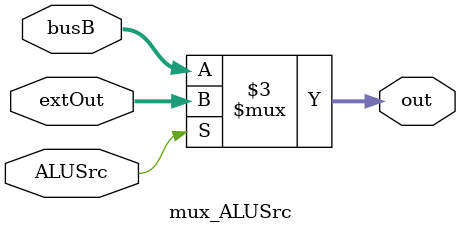
<source format=v>
module mux_ALUSrc (
    input ALUSrc, // ALUSrc=0时，选择busB，否则选择扩展后的32位数
    input [31:0] busB,extOut,
    output reg [31:0] out
);
    always @(*) begin
        if (ALUSrc) begin // 选择扩展后的32位数
            out <= extOut;
        end else begin // 选择busB
            out <= busB;
        end
    end
endmodule
</source>
